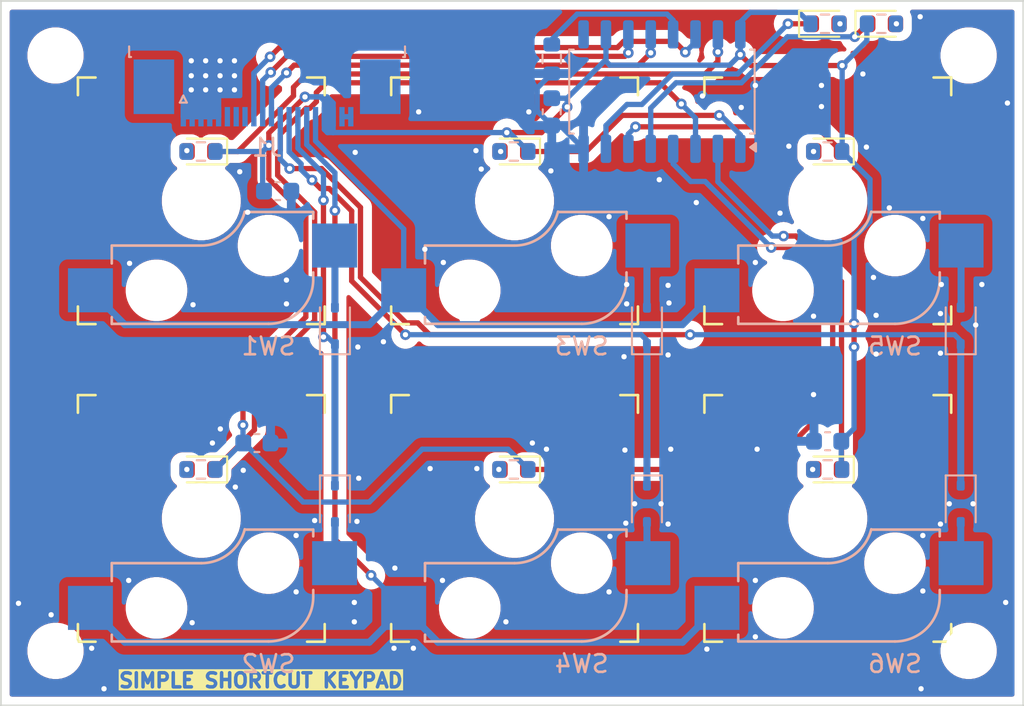
<source format=kicad_pcb>
(kicad_pcb (version 20240108) (generator "pcbnew") (generator_version "8.0")
  (layers (0 "F.Cu" signal) (31 "B.Cu" signal) (34 "B.Paste" user) (35 "F.Paste" user) (36 "B.SilkS" user "B.Silkscreen") (37 "F.SilkS" user "F.Silkscreen") (38 "B.Mask" user) (39 "F.Mask" user) (44 "Edge.Cuts" user))
  (net 0 "")
  (net 1 "GP13{slash}SPI1_CSn")
  (net 2 "GP5{slash}ROW1")
  (net 3 "GND")
  (net 4 "+5VD")
  (net 5 "GP6{slash}ROW2")
  (net 6 "GP8{slash}COL2")
  (net 7 "GP14{slash}I2C1_SDA")
  (net 8 "GP10{slash}SPI1_SCK")
  (net 9 "GP11{slash}SPI1_TX")
  (net 10 "GP15{slash}I2C1_SCL")
  (net 11 "GP9{slash}COL3")
  (net 12 "GP7{slash}COL1")
  (net 13 "GP12{slash}SPI1_RX")
  (net 14 "+3.3VD")
  (net 15 "Net-(D1-A)")
  (net 16 "Net-(D2-A)")
  (net 17 "Net-(D3-A)")
  (net 18 "Net-(D4-A)")
  (net 19 "Net-(D5-A)")
  (net 20 "Net-(D6-A)")
  (net 21 "Net-(D7-A)")
  (net 22 "Net-(D7-K)")
  (net 23 "Net-(D8-K)")
  (net 24 "Net-(D8-A)")
  (net 25 "Net-(D9-K)")
  (net 26 "Net-(D9-A)")
  (net 27 "Net-(D10-K)")
  (net 28 "Net-(D10-A)")
  (net 29 "Net-(D11-K)")
  (net 30 "Net-(D11-A)")
  (net 31 "Net-(D12-K)")
  (net 32 "Net-(D12-A)")
  (net 33 "Net-(D13-K)")
  (net 34 "Net-(D13-A)")
  (net 35 "Net-(D14-K)")
  (net 36 "Net-(D14-A)")
  (net 37 "Net-(U1-~{OE})")
  (footprint "MountingHole:MountingHole_2.7mm_M2.5" (layer "F.Cu") (at 89.8 82.6)
    (property "Reference" "H1" (hide yes))
    (property "Value" "MountingHole" (hide yes))
  )
  (footprint "LED_SMD:LED_0603_1608Metric" (layer "F.Cu") (at 133.6 88.05 180)
    (property "Reference" "D11" (hide yes))
    (property "Value" "LED" (hide yes))
  )
  (footprint "Keyboard_SW:Kailh_socket_MX_no_throughole" (layer "F.Cu") (at 133.61 90.85)
    (property "Reference" "SW5" (hide yes))
    (property "Value" "~")
  )
  (footprint "LED_SMD:LED_0603_1608Metric" (layer "F.Cu") (at 115.8 106.1 180)
    (property "Reference" "D10" (hide yes))
    (property "Value" "LED" (hide yes))
  )
  (footprint "LED_SMD:LED_0603_1608Metric" (layer "F.Cu") (at 115.8 88.05 180)
    (property "Reference" "D9" (hide yes))
    (property "Value" "LED" (hide yes))
  )
  (footprint "LED_SMD:LED_0603_1608Metric" (layer "F.Cu") (at 98.05 88.05 180)
    (property "Reference" "D7" (hide yes))
    (property "Value" "LED" (hide yes))
  )
  (footprint "LED_SMD:LED_0603_1608Metric" (layer "F.Cu") (at 133.4625 80.8)
    (property "Reference" "D14" (hide yes))
    (property "Value" "LED" (hide yes))
  )
  (footprint "Keyboard_SW:Kailh_socket_MX_no_throughole" (layer "F.Cu") (at 98.07 90.85)
    (property "Reference" "SW1" (hide yes))
    (property "Value" "~")
  )
  (footprint "MountingHole:MountingHole_2.7mm_M2.5" (layer "F.Cu") (at 141.6 116.4)
    (property "Reference" "H4" (hide yes))
    (property "Value" "MountingHole" (hide yes))
  )
  (footprint "Keyboard_SW:Kailh_socket_MX_no_throughole" (layer "F.Cu") (at 115.84 90.85)
    (property "Reference" "SW3" (hide yes))
    (property "Value" "~")
  )
  (footprint "LED_SMD:LED_0603_1608Metric" (layer "F.Cu") (at 98.05 106.1 180)
    (property "Reference" "D8" (hide yes))
    (property "Value" "LED" (hide yes))
  )
  (footprint "LED_SMD:LED_0603_1608Metric" (layer "F.Cu") (at 136.6625 80.8)
    (property "Reference" "D13" (hide yes))
    (property "Value" "LED" (hide yes))
  )
  (footprint "Keyboard_SW:Kailh_socket_MX_no_throughole" (layer "F.Cu") (at 115.84 108.88)
    (property "Reference" "SW4" (hide yes))
    (property "Value" "~")
  )
  (footprint "Keyboard_SW:Kailh_socket_MX_no_throughole" (layer "F.Cu") (at 133.61 108.88)
    (property "Reference" "SW6" (hide yes))
    (property "Value" "~")
  )
  (footprint "MountingHole:MountingHole_2.7mm_M2.5" (layer "F.Cu") (at 141.6 82.6)
    (property "Reference" "H2" (hide yes))
    (property "Value" "MountingHole" (hide yes))
  )
  (footprint "MountingHole:MountingHole_2.7mm_M2.5" (layer "F.Cu") (at 89.8 116.4)
    (property "Reference" "H3" (hide yes))
    (property "Value" "MountingHole" (hide yes))
  )
  (footprint "LED_SMD:LED_0603_1608Metric" (layer "F.Cu") (at 133.6 106.1 180)
    (property "Reference" "D12" (hide yes))
    (property "Value" "LED" (hide yes))
  )
  (footprint "Keyboard_SW:Kailh_socket_MX_no_throughole" (layer "F.Cu") (at 98.07 108.88)
    (property "Reference" "SW2" (hide yes))
    (property "Value" "~")
  )
  (footprint "Capacitor_SMD:C_0603_1608Metric" (layer "B.Cu") (at 133.6 104.5 180)
    (property "Reference" "C4" (hide yes))
    (property "Value" "10uF" (hide yes))
  )
  (footprint "Diode_SMD:D_SOD-323" (layer "B.Cu") (at 123.35 108.05 -90)
    (property "Reference" "D4" (hide yes))
    (property "Value" "1N5819WS" (hide yes))
  )
  (footprint "Resistor_SMD:R_0603_1608Metric" (layer "B.Cu") (at 136.65 80.8)
    (property "Reference" "R7" (hide yes))
    (property "Value" "1k" (hide yes))
  )
  (footprint "Resistor_SMD:R_0603_1608Metric" (layer "B.Cu") (at 133.45 80.8)
    (property "Reference" "R9" (hide yes))
    (property "Value" "1k" (hide yes))
  )
  (footprint "Diode_SMD:D_SOD-323" (layer "B.Cu") (at 141.15 108.05 -90)
    (property "Reference" "D6" (hide yes))
    (property "Value" "1N5819WS" (hide yes))
  )
  (footprint "Capacitor_SMD:C_0603_1608Metric" (layer "B.Cu") (at 101.225 104.6)
    (property "Reference" "C3" (hide yes))
    (property "Value" "10uF" (hide yes))
  )
  (footprint "Diode_SMD:D_SOD-323" (layer "B.Cu") (at 105.65 97.95 90)
    (property "Reference" "D1" (hide yes))
    (property "Value" "1N5819WS" (hide yes))
  )
  (footprint "Resistor_SMD:R_0603_1608Metric" (layer "B.Cu") (at 133.6 106.1 180)
    (property "Reference" "R4" (hide yes))
    (property "Value" "1k" (hide yes))
  )
  (footprint "Resistor_SMD:R_0603_1608Metric" (layer "B.Cu") (at 115.8 106.1 180)
    (property "Reference" "R6" (hide yes))
    (property "Value" "1k" (hide yes))
  )
  (footprint "Diode_SMD:D_SOD-323" (layer "B.Cu") (at 123.35 97.95 90)
    (property "Reference" "D3" (hide yes))
    (property "Value" "1N5819WS" (hide yes))
  )
  (footprint "Capacitor_SMD:C_0603_1608Metric" (layer "B.Cu") (at 117.95 85.8 90)
    (property "Reference" "C1" (hide yes))
    (property "Value" "100nF" (hide yes))
  )
  (footprint "Package_SO:SOP-16_4.55x10.3mm_P1.27mm" (layer "B.Cu") (at 124.2 84.65 90)
    (property "Reference" "U1" (hide yes))
    (property "Value" "74HC595" (hide yes))
  )
  (footprint "Resistor_SMD:R_0603_1608Metric" (layer "B.Cu") (at 98.05 88.05 180)
    (property "Reference" "R2" (hide yes))
    (property "Value" "1k" (hide yes))
  )
  (footprint "Diode_SMD:D_SOD-323" (layer "B.Cu") (at 105.65 108.05 -90)
    (property "Reference" "D2" (hide yes))
    (property "Value" "1N5819WS" (hide yes))
  )
  (footprint "Connector_FFC-FPC:TE_2-1734839-0_1x20-1MP_P0.5mm_Horizontal" (layer "B.Cu") (at 101.8 84.725)
    (property "Reference" "J1")
    (property "Value" "0.5mm FPC")
  )
  (footprint "Resistor_SMD:R_0603_1608Metric" (layer "B.Cu") (at 117.95 82.8 90)
    (property "Reference" "R1" (hide yes))
    (property "Value" "10k" (hide yes))
  )
  (footprint "Resistor_SMD:R_0603_1608Metric" (layer "B.Cu") (at 98.05 106.1 180)
    (property "Reference" "R5" (hide yes))
    (property "Value" "1k" (hide yes))
  )
  (footprint "Diode_SMD:D_SOD-323" (layer "B.Cu") (at 141.15 97.95 90)
    (property "Reference" "D5" (hide yes))
    (property "Value" "1N5819WS" (hide yes))
  )
  (footprint "Capacitor_SMD:C_0603_1608Metric" (layer "B.Cu") (at 102.4 90.3)
    (property "Reference" "C2" (hide yes))
    (property "Value" "10uF" (hide yes))
  )
  (footprint "Resistor_SMD:R_0603_1608Metric" (layer "B.Cu") (at 115.8 88.05 180)
    (property "Reference" "R3" (hide yes))
    (property "Value" "1k" (hide yes))
  )
  (footprint "Resistor_SMD:R_0603_1608Metric" (layer "B.Cu") (at 133.6 88.05 180)
    (property "Reference" "R8" (hide yes))
    (property "Value" "1k" (hide yes))
  )
  (gr_rect (start 86.7 79.5) (end 144.7 119.5) (stroke (width 0.1)) (fill none) (layer "Edge.Cuts"))
  (gr_text "SIMPLE SHORTCUT KEYPAD" (at 93.3 118.55 0) (layer "F.SilkS" knockout) (effects (font (size 0.8 0.8) (thickness 0.2) (bold yes)) (justify left bottom)))
  (segment (start 104.55 87.45) (end 109.55 92.45) (width 0.3) (layer "B.Cu") (net 2))
  (segment (start 109.55 92.45) (end 109.55 95.93) (width 0.3) (layer "B.Cu") (net 2))
  (segment (start 93.73 97.88) (end 91.78 95.93) (width 0.4) (layer "B.Cu") (net 2))
  (segment (start 125.37 97.88) (end 111.5 97.88) (width 0.4) (layer "B.Cu") (net 2))
  (segment (start 127.32 95.93) (end 125.37 97.88) (width 0.4) (layer "B.Cu") (net 2))
  (segment (start 104.55 86.075) (end 104.55 87.45) (width 0.3) (layer "B.Cu") (net 2))
  (segment (start 109.55 95.93) (end 107.6 97.88) (width 0.4) (layer "B.Cu") (net 2))
  (segment (start 107.6 97.88) (end 93.73 97.88) (width 0.4) (layer "B.Cu") (net 2))
  (segment (start 111.5 97.88) (end 109.55 95.93) (width 0.4) (layer "B.Cu") (net 2))
  (via (at 106.95 99.15) (size 0.6) (drill 0.3) (layers "F.Cu" "B.Cu") (net 3))
  (via (at 110.1 116.25) (size 0.6) (drill 0.3) (layers "F.Cu" "B.Cu") (net 3))
  (via (at 137.1 91.25) (size 0.6) (drill 0.3) (layers "F.Cu" "B.Cu") (net 3))
  (via (at 140 99.5) (size 0.6) (drill 0.3) (layers "F.Cu" "B.Cu") (net 3))
  (via (at 102.9 95.35) (size 0.6) (drill 0.3) (layers "F.Cu" "B.Cu") (net 3))
  (via (at 113.7 106.05) (size 0.6) (drill 0.3) (layers "F.Cu" "B.Cu") (net 3))
  (via (at 132.8 101.85) (size 0.6) (drill 0.3) (layers "F.Cu" "B.Cu") (net 3))
  (via (at 99.133332 83.75) (size 0.6) (drill 0.3) (layers "F.Cu" "B.Cu") (net 3))
  (via (at 124.7 104.95) (size 0.6) (drill 0.3) (layers "F.Cu" "B.Cu") (net 3))
  (via (at 99.95 82.9) (size 0.6) (drill 0.3) (layers "F.Cu" "B.Cu") (net 3))
  (via (at 87.7 113.7) (size 0.6) (drill 0.3) (layers "F.Cu" "B.Cu") (net 3))
  (via (at 99.95 84.55) (size 0.6) (drill 0.3) (layers "F.Cu" "B.Cu") (net 3))
  (via (at 124.6 96.65) (size 0.6) (drill 0.3) (layers "F.Cu" "B.Cu") (net 3))
  (via (at 117.9 89.15) (size 0.6) (drill 0.3) (layers "F.Cu" "B.Cu") (net 3))
  (via (at 116.85 104.6) (size 0.6) (drill 0.3) (layers "F.Cu" "B.Cu") (net 3))
  (via (at 139 91.85) (size 0.6) (drill 0.3) (layers "F.Cu" "B.Cu") (net 3))
  (via (at 111.8 94.35) (size 0.6) (drill 0.3) (layers "F.Cu" "B.Cu") (net 3))
  (via (at 133.25 84.3) (size 0.6) (drill 0.3) (layers "F.Cu" "B.Cu") (net 3))
  (via (at 115.35 114.75) (size 0.6) (drill 0.3) (layers "F.Cu" "B.Cu") (net 3))
  (via (at 97.5 82.9) (size 0.6) (drill 0.3) (layers "F.Cu" "B.Cu") (net 3))
  (via (at 126.75 116.3) (size 0.6) (drill 0.3) (layers "F.Cu" "B.Cu") (net 3))
  (via (at 106.9 109.05) (size 0.6) (drill 0.3) (layers "F.Cu" "B.Cu") (net 3))
  (via (at 89.55 114.35) (size 0.6) (drill 0.3) (layers "F.Cu" "B.Cu") (net 3))
  (via (at 113.95 89.05) (size 0.6) (drill 0.3) (layers "F.Cu" "B.Cu") (net 3))
  (via (at 129.5 84.3) (size 0.6) (drill 0.3) (layers "F.Cu" "B.Cu") (net 3))
  (via (at 138.9 118.55) (size 0.6) (drill 0.3) (layers "F.Cu" "B.Cu") (net 3))
  (via (at 129.6 104.95) (size 0.6) (drill 0.3) (layers "F.Cu" "B.Cu") (net 3))
  (via (at 109.05 111.7) (size 0.6) (drill 0.3) (layers "F.Cu" "B.Cu") (net 3))
  (via (at 129.5 94.35) (size 0.6) (drill 0.3) (layers "F.Cu" "B.Cu") (net 3))
  (via (at 140 97.25) (size 0.6) (drill 0.3) (layers "F.Cu" "B.Cu") (net 3))
  (via (at 126.5 84.9) (size 0.6) (drill 0.3) (layers "F.Cu" "B.Cu") (net 3))
  (via (at 124.55 95.65) (size 0.6) (drill 0.3) (layers "F.Cu" "B.Cu") (net 3))
  (via (at 108.4 98.85) (size 0.6) (drill 0.3) (layers "F.Cu" "B.Cu") (net 3))
  (via (at 102.9 96.7) (size 0.6) (drill 0.3) (layers "F.Cu" "B.Cu") (net 3))
  (via (at 122.15 109.15) (size 0.6) (drill 0.3) (layers "F.Cu" "B.Cu") (net 3))
  (via (at 103.45 113.05) (size 0.6) (drill 0.3) (layers "F.Cu" "B.Cu") (net 3))
  (via (at 98.316666 84.55) (size 0.6) (drill 0.3) (layers "F.Cu" "B.Cu") (net 3))
  (via (at 110.4 85.8) (size 0.6) (drill 0.3) (layers "F.Cu" "B.Cu") (net 3))
  (via (at 130.9 91.55) (size 0.6) (drill 0.3) (layers "F.Cu" "B.Cu") (net 3))
  (via (at 113.65 88) (size 0.6) (drill 0.3) (layers "F.Cu" "B.Cu") (net 3))
  (via (at 97.5 83.75) (size 0.6) (drill 0.3) (layers "F.Cu" "B.Cu") (net 3))
  (via (at 140.05 95.6) (size 0.6) (drill 0.3) (layers "F.Cu" "B.Cu") (net 3))
  (via (at 116.65 85.8) (size 0.6) (drill 0.3) (layers "F.Cu" "B.Cu") (net 3))
  (via (at 124.15 108.05) (size 0.6) (drill 0.3) (layers "F.Cu" "B.Cu") (net 3))
  (via (at 98.316666 82.9) (size 0.6) (drill 0.3) (layers "F.Cu" "B.Cu") (net 3))
  (via (at 110.75 93.6) (size 0.6) (drill 0.3) (layers "F.Cu" "B.Cu") (net 3))
  (via (at 100.7 91.5) (size 0.6) (drill 0.3) (layers "F.Cu" "B.Cu") (net 3))
  (via (at 129.5 112.4) (size 0.6) (drill 0.3) (layers "F.Cu" "B.Cu") (net 3))
  (via (at 122.65 108.05) (size 0.6) (drill 0.3) (layers "F.Cu" "B.Cu") (net 3))
  (via (at 92.55 118.55) (size 0.6) (drill 0.3) (layers "F.Cu" "B.Cu") (net 3))
  (via (at 106.75 114.75) (size 0.6) (drill 0.3) (layers "F.Cu" "B.Cu") (net 3))
  (via (at 97.5 84.55) (size 0.6) (drill 0.3) (layers "F.Cu" "B.Cu") (net 3))
  (via (at 136.35 97.35) (size 0.6) (drill 0.3) (layers "F.Cu" "B.Cu") (net 3))
  (via (at 117.65 104.95) (size 0.6) (drill 0.3) (layers "F.Cu" "B.Cu") (net 3))
  (via (at 104.5 109) (size 0.6) (drill 0.3) (layers "F.Cu" "B.Cu") (net 3))
  (via (at 100.45 106.15) (size 0.6) (drill 0.3) (layers "F.Cu" "B.Cu") (net 3))
  (via (at 124.55 99.6) (size 0.6) (drill 0.3) (layers "F.Cu" "B.Cu") (net 3))
  (via (at 111.05 106.05) (size 0.6) (drill 0.3) (layers "F.Cu" "B.Cu") (net 3))
  (via (at 109 116.25) (size 0.6) (drill 0.3) (layers "F.Cu" "B.Cu") (net 3))
  (via (at 135.8 87.8) (size 0.6) (drill 0.3) (layers "F.Cu" "B.Cu") (net 3))
  (via (at 139 109.85) (size 0.6) (drill 0.3) (layers "F.Cu" "B.Cu") (net 3))
  (via (at 97.55 114.8) (size 0.6) (drill 0.3) (layers "F.Cu" "B.Cu") (net 3))
  (via (at 131.4 87.75) (size 0.6) (drill 0.3) (layers "F.Cu" "B.Cu") (net 3))
  (via (at 142 97.9) (size 0.6) (drill 0.3) (layers "F.Cu" "B.Cu") (net 3))
  (via (at 133.25 85.5) (size 0.6) (drill 0.3) (layers "F.Cu" "B.Cu") (net 3))
  (via (at 138.85 80.4) (size 0.6) (drill 0.3) (layers "F.Cu" "B.Cu") (net 3))
  (via (at 99.15 103.8) (size 0.6) (drill 0.3) (layers "F.Cu" "B.Cu") (net 3))
  (via (at 122.05 99.7) (size 0.6) (drill 0.3) (layers "F.Cu" "B.Cu") (net 3))
  (via (at 124.05 89.65) (size 0.6) (drill 0.3) (layers "F.Cu" "B.Cu") (net 3))
  (via (at 142.35 95.6) (size 0.6) (drill 0.3) (layers "F.Cu" "B.Cu") (net 3))
  (via (at 121.2 113.05) (size 0.6) (drill 0.3) (layers "F.Cu" "B.Cu") (net 3))
  (via (at 128.7 85.55) (size 0.6) (drill 0.3) (layers "F.Cu" "B.Cu") (net 3))
  (via (at 140.5 108.05) (size 0.6) (drill 0.3) (layers "F.Cu" "B.Cu") (net 3))
  (via (at 98.7 104.6) (size 0.6) (drill 0.3) (layers "F.Cu" "B.Cu") (net 3))
  (via (at 136.35 99.55) (size 0.6) (drill 0.3) (layers "F.Cu" "B.Cu") (net 3))
  (via (at 121.2 91.75) (size 0.6) (drill 0.3) (layers "F.Cu" "B.Cu") (net 3))
  (via (at 106.75 113.65) (size 0.6) (drill 0.3) (layers "F.Cu" "B.Cu") (net 3))
  (via (at 107 106.6) (size 0.6) (drill 0.3) (layers "F.Cu" "B.Cu") (net 3))
  (via (at 98.316666 83.75) (size 0.6) (drill 0.3) (layers "F.Cu" "B.Cu") (net 3))
  (via (at 140 109.2) (size 0.6) (drill 0.3) (layers "F.Cu" "B.Cu") (net 3))
  (via (at 141.85 108.05) (size 0.6) (drill 0.3) (layers "F.Cu" "B.Cu") (net 3))
  (via (at 122.2 95.6) (size 0.6) (drill 0.3) (layers "F.Cu" "B.Cu") (net 3))
  (via (at 129.5 115.6) (size 0.6) (drill 0.3) (layers "F.Cu" "B.Cu") (net 3))
  (via (at 132.8 97.4) (size 0.6) (drill 0.3) (layers "F.Cu" "B.Cu") (net 3))
  (via (at 91.85 116.25) (size 0.6) (drill 0.3) (layers "F.Cu" "B.Cu") (net 3))
  (via (at 100.25 89.2) (size 0.6) (drill 0.3) (layers "F.Cu" "B.Cu") (net 3))
  (via (at 100 107.1) (size 0.6) (drill 0.3) (layers "F.Cu" "B.Cu") (net 3))
  (via (at 111.75 112.4) (size 0.6) (drill 0.3) (layers "F.Cu" "B.Cu") (net 3))
  (via (at 97.6 96.75) (size 0.6) (drill 0.3) (layers "F.Cu" "B.Cu") (net 3))
  (via (at 143.8 85.3) (size 0.6) (drill 0.3) (layers "F.Cu" "B.Cu") (net 3))
  (via (at 139 113) (size 0.6) (drill 0.3) (layers "F.Cu" "B.Cu") (net 3))
  (via (at 94 94.4) (size 0.6) (drill 0.3) (layers "F.Cu" "B.Cu") (net 3))
  (via (at 99.133332 84.55) (size 0.6) (drill 0.3) (layers "F.Cu" "B.Cu") (net 3))
  (via (at 99.95 83.75) (size 0.6) (drill 0.3) (layers "F.Cu" "B.Cu") (net 3))
  (via (at 136.2 95.2) (size 0.6) (drill 0.3) (layers "F.Cu" "B.Cu") (net 3))
  (via (at 122.1 105) (size 0.6) (drill 0.3) (layers "F.Cu" "B.Cu") (net 3))
  (via (at 99.133332 82.9) (size 0.6) (drill 0.3) (layers "F.Cu" "B.Cu") (net 3))
  (via (at 124.55 109.2) (size 0.6) (drill 0.3) (layers "F.Cu" "B.Cu") (net 3))
  (via (at 122.2 96.7) (size 0.6) (drill 0.3) (layers "F.Cu" "B.Cu") (net 3))
  (via (at 121.25 109.9) (size 0.6) (drill 0.3) (layers "F.Cu" "B.Cu") (net 3))
  (via (at 93.95 112.4) (size 0.6) (drill 0.3) (layers "F.Cu" "B.Cu") (net 3))
  (via (at 135.6 83.65) (size 0.6) (drill 0.3) (layers "F.Cu" "B.Cu") (net 3))
  (via (at 143.7 113.65) (size 0.6) (drill 0.3) (layers "F.Cu" "B.Cu") (net 3))
  (via (at 103.45 109.85) (size 0.6) (drill 0.3) (layers "F.Cu" "B.Cu") (net 3))
  (via (at 126.15 90.95) (size 0.6) (drill 0.3) (layers "F.Cu" "B.Cu") (net 3))
  (via (at 106.8 88.1) (size 0.6) (drill 0.3) (layers "F.Cu" "B.Cu") (net 3))
  (segment (start 97.8 85.825) (end 97.55 86.075) (width 0.3) (layer "B.Cu") (net 3))
  (segment (start 97.05 86.075) (end 99.05 86.075) (width 0.3) (layer "B.Cu") (net 3))
  (segment (start 98.05 84.816666) (end 98.316666 84.55) (width 0.3) (layer "B.Cu") (net 3))
  (segment (start 98.316666 83.75) (end 97.8 84.266666) (width 0.3) (layer "B.Cu") (net 3))
  (segment (start 97.55 84.6) (end 97.5 84.55) (width 0.3) (layer "B.Cu") (net 3))
  (segment (start 98.8 85.825) (end 98.8 84.233334) (width 0.3) (layer "B.Cu") (net 3))
  (segment (start 97.05 86.075) (end 97.05 85) (width 0.3) (layer "B.Cu") (net 3))
  (segment (start 98.55 86.075) (end 98.55 84.783334) (width 0.3) (layer "B.Cu") (net 3))
  (segment (start 98.55 86.075) (end 98.3 85.825) (width 0.3) (layer "B.Cu") (net 3))
  (segment (start 97.8 84.266666) (end 97.8 85.825) (width 0.3) (layer "B.Cu") (net 3))
  (segment (start 98.8 84.233334) (end 98.316666 83.75) (width 0.3) (layer "B.Cu") (net 3))
  (segment (start 98.3 83.766666) (end 98.316666 83.75) (width 0.3) (layer "B.Cu") (net 3))
  (segment (start 97.55 86.075) (end 97.55 84.6) (width 0.3) (layer "B.Cu") (net 3))
  (segment (start 98.55 84.783334) (end 98.316666 84.55) (width 0.3) (layer "B.Cu") (net 3))
  (segment (start 117.125 85.75) (end 117.125 84.45) (width 0.3) (layer "B.Cu") (net 3))
  (segment (start 118.43 86.575) (end 119.755 87.9) (width 0.3) (layer "B.Cu") (net 3))
  (segment (start 97.05 85) (end 97.5 84.55) (width 0.3) (layer "B.Cu") (net 3))
  (segment (start 97.3 83.95) (end 97.5 83.75) (width 0.3) (layer "B.Cu") (net 3))
  (segment (start 98.05 86.075) (end 98.05 84.816666) (width 0.3) (layer "B.Cu") (net 3))
  (segment (start 99.05 86.075) (end 98.8 85.825) (width 0.3) (layer "B.Cu") (net 3))
  (segment (start 117.125 84.45) (end 117.95 83.625) (width 0.3) (layer "B.Cu") (net 3))
  (segment (start 97.3 85.825) (end 97.3 83.95) (width 0.3) (layer "B.Cu") (net 3))
  (segment (start 99.05 84.633332) (end 99.133332 84.55) (width 0.3) (layer "B.Cu") (net 3))
  (segment (start 117.95 86.575) (end 118.43 86.575) (width 0.3) (layer "B.Cu") (net 3))
  (segment (start 98.3 85.825) (end 98.3 83.766666) (width 0.3) (layer "B.Cu") (net 3))
  (segment (start 99.05 86.075) (end 99.05 84.633332) (width 0.3) (layer "B.Cu") (net 3))
  (segment (start 117.95 86.575) (end 117.125 85.75) (width 0.3) (layer "B.Cu") (net 3))
  (segment (start 97.55 86.075) (end 97.3 85.825) (width 0.3) (layer "B.Cu") (net 3))
  (segment (start 106.05 86.075) (end 106.55 86.075) (width 0.3) (layer "B.Cu") (net 4))
  (segment (start 105.65 110.06) (end 107.7 112.11) (width 0.3) (layer "F.Cu") (net 5))
  (segment (start 105.65 91.4) (end 105.65 110.06) (width 0.3) (layer "F.Cu") (net 5))
  (via (at 107.7 112.11) (size 0.6) (drill 0.3) (layers "F.Cu" "B.Cu") (net 5))
  (via (at 105.65 91.4) (size 0.6) (drill 0.3) (layers "F.Cu" "B.Cu") (net 5))
  (segment (start 107.7 112.11) (end 109.55 113.96) (width 0.3) (layer "B.Cu") (net 5))
  (segment (start 109.55 113.96) (end 107.6 115.91) (width 0.4) (layer "B.Cu") (net 5))
  (segment (start 127.32 113.96) (end 125.37 115.91) (width 0.4) (layer "B.Cu") (net 5))
  (segment (start 111.5 115.91) (end 109.55 113.96) (width 0.4) (layer "B.Cu") (net 5))
  (segment (start 105.65 91.4) (end 105.65 89.257106) (width 0.3) (layer "B.Cu") (net 5))
  (segment (start 104.05 87.657106) (end 104.05 86.075) (width 0.3) (layer "B.Cu") (net 5))
  (segment (start 125.37 115.91) (end 111.5 115.91) (width 0.4) (layer "B.Cu") (net 5))
  (segment (start 105.65 89.257106) (end 104.05 87.657106) (width 0.3) (layer "B.Cu") (net 5))
  (segment (start 107.6 115.91) (end 93.73 115.91) (width 0.4) (layer "B.Cu") (net 5))
  (segment (start 93.73 115.91) (end 91.78 113.96) (width 0.4) (layer "B.Cu") (net 5))
  (segment (start 106.6 91.430761) (end 106.6 95.4) (width 0.3) (layer "F.Cu") (net 6))
  (segment (start 104.35 89.67028) (end 104.82972 90.15) (width 0.3) (layer "F.Cu") (net 6))
  (segment (start 104.82972 90.15) (end 105.319239 90.15) (width 0.3) (layer "F.Cu") (net 6))
  (segment (start 106.6 95.4) (end 109.65 98.45) (width 0.3) (layer "F.Cu") (net 6))
  (segment (start 105.319239 90.15) (end 106.6 91.430761) (width 0.3) (layer "F.Cu") (net 6))
  (via (at 109.65 98.45) (size 0.6) (drill 0.3) (layers "F.Cu" "B.Cu") (net 6))
  (via (at 104.35 89.67028) (size 0.6) (drill 0.3) (layers "F.Cu" "B.Cu") (net 6))
  (segment (start 103.72972 88.751041) (end 103.05 88.071321) (width 0.3) (layer "B.Cu") (net 6))
  (segment (start 103.72972 89.07972) (end 103.72972 88.751041) (width 0.3) (layer "B.Cu") (net 6))
  (segment (start 104.32028 89.67028) (end 103.72972 89.07972) (width 0.3) (layer "B.Cu") (net 6))
  (segment (start 123.025 98.45) (end 123.35 98.775) (width 0.3) (layer "B.Cu") (net 6))
  (segment (start 123.35 98.775) (end 123.35 99) (width 0.3) (layer "B.Cu") (net 6))
  (segment (start 109.65 98.45) (end 123.025 98.45) (width 0.3) (layer "B.Cu") (net 6))
  (segment (start 104.35 89.67028) (end 104.32028 89.67028) (width 0.3) (layer "B.Cu") (net 6))
  (segment (start 103.05 88.071321) (end 103.05 86.075) (width 0.3) (layer "B.Cu") (net 6))
  (segment (start 123.35 99) (end 123.35 107) (width 0.4) (layer "B.Cu") (net 6))
  (segment (start 122.865 83.15) (end 103.33462 83.15) (width 0.3) (layer "F.Cu") (net 8))
  (segment (start 103.33462 83.15) (end 102.9 83.58462) (width 0.3) (layer "F.Cu") (net 8))
  (segment (start 123.565 82.45) (end 122.865 83.15) (width 0.3) (layer "F.Cu") (net 8))
  (via (at 102.9 83.58462) (size 0.6) (drill 0.3) (layers "F.Cu" "B.Cu") (net 8))
  (via (at 123.565 82.45) (size 0.6) (drill 0.3) (layers "F.Cu" "B.Cu") (net 8))
  (segment (start 102.9 83.58462) (end 102.05 84.43462) (width 0.3) (layer "B.Cu") (net 8))
  (segment (start 102.05 84.43462) (end 102.05 86.075) (width 0.3) (layer "B.Cu") (net 8))
  (segment (start 123.565 82.45) (end 123.565 81.4) (width 0.3) (layer "B.Cu") (net 8))
  (segment (start 122.095 82.65) (end 102.91538 82.65) (width 0.3) (layer "F.Cu") (net 9))
  (segment (start 122.295 82.45) (end 122.095 82.65) (width 0.3) (layer "F.Cu") (net 9))
  (segment (start 102.91538 82.65) (end 102.00769 83.55769) (width 0.3) (layer "F.Cu") (net 9))
  (via (at 122.295 82.45) (size 0.6) (drill 0.3) (layers "F.Cu" "B.Cu") (net 9))
  (via (at 102.00769 83.55769) (size 0.6) (drill 0.3) (layers "F.Cu" "B.Cu") (net 9))
  (segment (start 122.295 82.45) (end 122.295 81.4) (width 0.3) (layer "B.Cu") (net 9))
  (segment (start 102.00769 83.55769) (end 101.55 84.01538) (width 0.3) (layer "B.Cu") (net 9))
  (segment (start 101.55 84.01538) (end 101.55 86.075) (width 0.3) (layer "B.Cu") (net 9))
  (segment (start 111.019239 98.45) (end 125.8 98.45) (width 0.3) (layer "F.Cu") (net 11))
  (segment (start 107.1 91.223655) (end 107.1 95.192894) (width 0.3) (layer "F.Cu") (net 11))
  (segment (start 107.1 95.192894) (end 109.687106 97.78) (width 0.3) (layer "F.Cu") (net 11))
  (segment (start 104.896625 89.02028) (end 107.1 91.223655) (width 0.3) (layer "F.Cu") (net 11))
  (segment (start 103.07972 89.02028) (end 104.896625 89.02028) (width 0.3) (layer "F.Cu") (net 11))
  (segment (start 109.687106 97.78) (end 110.349239 97.78) (width 0.3) (layer "F.Cu") (net 11))
  (segment (start 110.349239 97.78) (end 111.019239 98.45) (width 0.3) (layer "F.Cu") (net 11))
  (via (at 125.8 98.45) (size 0.6) (drill 0.3) (layers "F.Cu" "B.Cu") (net 11))
  (via (at 103.07972 89.02028) (size 0.6) (drill 0.3) (layers "F.Cu" "B.Cu") (net 11))
  (segment (start 141.15 98.8) (end 141.15 99) (width 0.3) (layer "B.Cu") (net 11))
  (segment (start 141.15 99) (end 141.15 107) (width 0.4) (layer "B.Cu") (net 11))
  (segment (start 102.55 88.49056) (end 102.55 86.075) (width 0.3) (layer "B.Cu") (net 11))
  (segment (start 103.07972 89.02028) (end 102.55 88.49056) (width 0.3) (layer "B.Cu") (net 11))
  (segment (start 140.8 98.45) (end 141.15 98.8) (width 0.3) (layer "B.Cu") (net 11))
  (segment (start 125.8 98.45) (end 140.8 98.45) (width 0.3) (layer "B.Cu") (net 11))
  (segment (start 105 90.813173) (end 105 98.58) (width 0.3) (layer "F.Cu") (net 12))
  (via (at 105 98.58) (size 0.6) (drill 0.3) (layers "F.Cu" "B.Cu") (net 12))
  (via (at 105 90.813173) (size 0.6) (drill 0.3) (layers "F.Cu" "B.Cu") (net 12))
  (segment (start 103.55 87.864213) (end 105 89.314212) (width 0.3) (layer "B.Cu") (net 12))
  (segment (start 105.23 98.58) (end 105.65 99) (width 0.3) (layer "B.Cu") (net 12))
  (segment (start 105.65 99) (end 105.65 107) (width 0.4) (layer "B.Cu") (net 12))
  (segment (start 105 98.58) (end 105.23 98.58) (width 0.3) (layer "B.Cu") (net 12))
  (segment (start 105 89.314212) (end 105 90.813173) (width 0.3) (layer "B.Cu") (net 12))
  (segment (start 103.55 86.075) (end 103.55 87.864213) (width 0.3) (layer "B.Cu") (net 12))
  (segment (start 102.49614 82.15) (end 121.675761 82.15) (width 0.3) (layer "F.Cu") (net 13))
  (segment (start 121.675761 82.15) (end 122.025761 81.8) (width 0.3) (layer "F.Cu") (net 13))
  (segment (start 101.971226 82.674914) (end 102.49614 82.15) (width 0.3) (layer "F.Cu") (net 13))
  (segment (start 122.025761 81.8) (end 124.912979 81.8) (width 0.3) (layer "F.Cu") (net 13))
  (segment (start 124.912979 81.8) (end 125.524912 82.411933) (width 0.3) (layer "F.Cu") (net 13))
  (via (at 125.524912 82.411933) (size 0.6) (drill 0.3) (layers "F.Cu" "B.Cu") (net 13))
  (via (at 101.971226 82.674914) (size 0.6) (drill 0.3) (layers "F.Cu" "B.Cu") (net 13))
  (segment (start 101.05 83.59614) (end 101.05 86.075) (width 0.3) (layer "B.Cu") (net 13))
  (segment (start 125.524912 82.411933) (end 126.105 81.831845) (width 0.3) (layer "B.Cu") (net 13))
  (segment (start 126.105 81.831845) (end 126.105 81.4) (width 0.3) (layer "B.Cu") (net 13))
  (segment (start 101.971226 82.674914) (end 101.05 83.59614) (width 0.3) (layer "B.Cu") (net 13))
  (segment (start 129.264239 83.169239) (end 134.425 83.169239) (width 0.3) (layer "F.Cu") (net 14))
  (segment (start 117.37066 86.975) (end 118.825 85.52066) (width 0.3) (layer "F.Cu") (net 14))
  (segment (start 104 91.707106) (end 101.9 89.607106) (width 0.3) (layer "F.Cu") (net 14))
  (segment (start 100.43413 101.008764) (end 104 97.442894) (width 0.3) (layer "F.Cu") (net 14))
  (segment (start 104 97.442894) (end 104 91.707106) (width 0.3) (layer "F.Cu") (net 14))
  (segment (start 135.1 97.8) (end 135.1 99.15) (width 0.3) (layer "F.Cu") (net 14))
  (segment (start 101.9 89.607106) (end 101.9 87.7) (width 0.3) (layer "F.Cu") (net 14))
  (segment (start 128.645 82.55) (end 129.264239 83.169239) (width 0.3) (layer "F.Cu") (net 14))
  (segment (start 101.9 87.7) (end 101.9 87) (width 0.3) (layer "F.Cu") (net 14))
  (segment (start 101.9 87) (end 103.95 84.95) (width 0.3) (layer "F.Cu") (net 14))
  (segment (start 115.4 86.975) (end 117.37066 86.975) (width 0.3) (layer "F.Cu") (net 14))
  (segment (start 100.43413 103.58413) (end 100.43413 101.008764) (width 0.3) (layer "F.Cu") (net 14))
  (via (at 135.1 97.8) (size 0.6) (drill 0.3) (layers "F.Cu" "B.Cu") (net 14))
  (via (at 128.645 82.55) (size 0.6) (drill 0.3) (layers "F.Cu" "B.Cu") (net 14))
  (via (at 118.825 85.52066) (size 0.6) (drill 0.3) (layers "F.Cu" "B.Cu") (net 14))
  (via (at 100.43413 103.58413) (size 0.6) (drill 0.3) (layers "F.Cu" "B.Cu") (net 14))
  (via (at 103.95 84.95) (size 0.6) (drill 0.3) (layers "F.Cu" "B.Cu") (net 14))
  (via (at 134.425 83.169239) (size 0.6) (drill 0.3) (layers "F.Cu" "B.Cu") (net 14))
  (via (at 101.9 87.7) (size 0.6) (drill 0.3) (layers "F.Cu" "B.Cu") (net 14))
  (via (at 135.1 99.15) (size 0.6) (drill 0.3) (layers "F.Cu" "B.Cu") (net 14))
  (via (at 115.4 86.975) (size 0.6) (drill 0.3) (layers "F.Cu" "B.Cu") (net 14))
  (segment (start 105.05 86.075) (end 105.05 86.8) (width 0.3) (layer "B.Cu") (net 14))
  (segment (start 103.84326 107.95) (end 107.6 107.95) (width 0.3) (layer "B.Cu") (net 14))
  (segment (start 134.375 106.05) (end 134.425 106.1) (width 0.3) (layer "B.Cu") (net 14))
  (segment (start 105.3 86.075) (end 105.55 86.075) (width 0.3) (layer "B.Cu") (net 14))
  (segment (start 121.025 81.4) (end 121.025 82.825) (width 0.3) (layer "B.Cu") (net 14))
  (segment (start 134.425 83.169239) (end 134.425 88.05) (width 0.3) (layer "B.Cu") (net 14))
  (segment (start 128.645 81.4) (end 128.645 80.705) (width 0.3) (layer "B.Cu") (net 14))
  (segment (start 118.825 85.025) (end 117.95 85.025) (width 0.3) (layer "B.Cu") (net 14))
  (segment (start 105.05 86.075) (end 105.3 86.075) (width 0.3) (layer "B.Cu") (net 14))
  (segment (start 121.246141 83.15) (end 121.025 82.928859) (width 0.3) (layer "B.Cu") (net 14))
  (segment (start 105.225 86.975) (end 105.55 86.975) (width 0.3) (layer "B.Cu") (net 14))
  (segment (start 115.4 86.975) (end 105.55 86.975) (width 0.3) (layer "B.Cu") (net 14))
  (segment (start 105.2625 86.6875) (end 105.55 86.975) (width 0.3) (layer "B.Cu") (net 14))
  (segment (start 105.3 86.075) (end 105.3 86.65) (width 0.3) (layer "B.Cu") (net 14))
  (segment (start 118.825 85.52066) (end 118.825 85.025) (width 0.3) (layer "B.Cu") (net 14))
  (segment (start 128.645 81.4) (end 128.645 82.55) (width 0.3) (layer "B.Cu") (net 14))
  (segment (start 131.975 80.15) (end 132.625 80.8) (width 0.3) (layer "B.Cu") (net 14))
  (segment (start 121.025 82.928859) (end 121.025 82.825) (width 0.3) (layer "B.Cu") (net 14))
  (segment (start 105.05 84.95) (end 105.2 84.95) (width 0.3) (layer "B.Cu") (net 14))
  (segment (start 136.0039 92.02717) (end 135.1 92.93107) (width 0.3) (layer "B.Cu") (net 14))
  (segment (start 101.625 90.3) (end 101.55 90.225) (width 0.3) (layer "B.Cu") (net 14))
  (segment (start 100.45 104.6) (end 100.375 104.6) (width 0.3) (layer "B.Cu") (net 14))
  (segment (start 134.375 104.5) (end 134.375 106.05) (width 0.3) (layer "B.Cu") (net 14))
  (segment (start 103.95 84.95) (end 105.05 84.95) (width 0.3) (layer "B.Cu") (net 14))
  (segment (start 115.4 86.975) (end 115.55 86.975) (width 0.3) (layer "B.Cu") (net 14))
  (segment (start 105.55 86.975) (end 105.55 86.075) (width 0.3) (layer "B.Cu") (net 14))
  (segment (start 100.43413 103.58413) (end 100.43413 104.54087) (width 0.3) (layer "B.Cu") (net 14))
  (segment (start 135.1 92.93107) (end 135.1 97.8) (width 0.3) (layer "B.Cu") (net 14))
  (segment (start 135.1 103.775) (end 134.375 104.5) (width 0.3) (layer "B.Cu") (net 14))
  (segment (start 129.2 80.15) (end 131.975 80.15) (width 0.3) (layer "B.Cu") (net 14))
  (segment (start 115.55 86.975) (end 116.625 88.05) (width 0.3) (layer "B.Cu") (net 14))
  (segment (start 136.0039 89.6289) (end 136.0039 92.02717) (width 0.3) (layer "B.Cu") (net 14))
  (segment (start 100.375 104.6) (end 98.875 106.1) (width 0.3) (layer "B.Cu") (net 14))
  (segment (start 101.55 90.225) (end 101.55 88.05) (width 0.3) (layer "B.Cu") (net 14))
  (segment (start 134.425 88.05) (end 136.0039 89.6289) (width 0.3) (layer "B.Cu") (net 14))
  (segment (start 105.3 85.2) (end 105.3 86.075) (width 0.3) (layer "B.Cu") (net 14))
  (segment (start 115.475 104.95) (end 116.625 106.1) (width 0.3) (layer "B.Cu") (net 14))
  (segment (start 135.825 80.8) (end 135.825 81.769239) (width 0.3) (layer "B.Cu") (net 14))
  (segment (start 121.025 82.825) (end 118.825 85.025) (width 0.3) (layer "B.Cu") (net 14))
  (segment (start 128.645 82.55) (end 128.045 83.15) (width 0.3) (layer "B.Cu") (net 14))
  (segment (start 110.6 104.95) (end 115.475 104.95) (width 0.3) (layer "B.Cu") (net 14))
  (segment (start 105.05 86.075) (end 105.05 85.175) (width 0.3) (layer "B.Cu") (net 14))
  (segment (start 128.645 80.705) (end 129.2 80.15) (width 0.3) (layer "B.Cu") (net 14))
  (segment (start 128.045 83.15) (end 121.246141 83.15) (width 0.3) (layer "B.Cu") (net 14))
  (segment (start 100.43413 104.54087) (end 103.84326 107.95) (width 0.3) (layer "B.Cu") (net 14))
  (segment (start 105.05 85.175) (end 104.825 84.95) (width 0.3) (layer "B.Cu") (net 14))
  (segment (start 105.05 84.95) (end 105.3 85.2) (width 0.3) (layer "B.Cu") (net 14))
  (segment (start 101.9 87.7) (end 101.55 88.05) (width 0.3) (layer "B.Cu") (net 14))
  (segment (start 107.6 107.95) (end 110.6 104.95) (width 0.3) (layer "B.Cu") (net 14))
  (segment (start 105.2 84.95) (end 105.55 85.3) (width 0.3) (layer "B.Cu") (net 14))
  (segment (start 105.55 85.3) (end 105.55 86.075) (width 0.3) (layer "B.Cu") (net 14))
  (segment (start 105.05 86.8) (end 105.225 86.975) (width 0.3) (layer "B.Cu") (net 14))
  (segment (start 101.55 88.05) (end 98.875 88.05) (width 0.3) (layer "B.Cu") (net 14))
  (segment (start 135.1 99.15) (end 135.1 103.775) (width 0.3) (layer "B.Cu") (net 14))
  (segment (start 135.825 81.769239) (end 134.425 83.169239) (width 0.3) (layer "B.Cu") (net 14))
  (segment (start 105.3 86.65) (end 105.2625 86.6875) (width 0.3) (layer "B.Cu") (net 14))
  (segment (start 104.825 84.95) (end 103.95 84.95) (width 0.3) (layer "B.Cu") (net 14))
  (segment (start 105.65 93.41) (end 105.65 96.9) (width 0.4) (layer "B.Cu") (net 15))
  (segment (start 105.63 93.39) (end 105.65 93.41) (width 0.4) (layer "B.Cu") (net 15))
  (segment (start 105.65 111.4) (end 105.65 109.1) (width 0.4) (layer "B.Cu") (net 16))
  (segment (start 105.63 111.42) (end 105.65 111.4) (width 0.4) (layer "B.Cu") (net 16))
  (segment (start 123.4 93.39) (end 123.35 93.44) (width 0.4) (layer "B.Cu") (net 17))
  (segment (start 123.35 93.44) (end 123.35 96.9) (width 0.4) (layer "B.Cu") (net 17))
  (segment (start 123.4 111.42) (end 123.35 111.37) (width 0.4) (layer "B.Cu") (net 18))
  (segment (start 123.35 111.37) (end 123.35 109.1) (width 0.4) (layer "B.Cu") (net 18))
  (segment (start 141.17 93.39) (end 141.17 96.88) (width 0.4) (layer "B.Cu") (net 19))
  (segment (start 141.17 96.88) (end 141.15 96.9) (width 0.4) (layer "B.Cu") (net 19))
  (segment (start 141.17 111.42) (end 141.15 111.4) (width 0.4) (layer "B.Cu") (net 20))
  (segment (start 141.15 111.4) (end 141.15 109.1) (width 0.4) (layer "B.Cu") (net 20))
  (via (at 97.25 88) (size 0.6) (drill 0.3) (layers "F.Cu" "B.Cu") (net 21))
  (segment (start 103.3 84.4) (end 103.3 84.892894) (width 0.3) (layer "F.Cu") (net 22))
  (segment (start 100.142894 88.05) (end 98.8375 88.05) (width 0.3) (layer "F.Cu") (net 22))
  (segment (start 103.3 84.892894) (end 100.142894 88.05) (width 0.3) (layer "F.Cu") (net 22))
  (segment (start 126.656022 83.65) (end 104.05 83.65) (width 0.3) (layer "F.Cu") (net 22))
  (segment (start 104.05 83.65) (end 103.3 84.4) (width 0.3) (layer "F.Cu") (net 22))
  (segment (start 127.375 82.931022) (end 126.656022 83.65) (width 0.3) (layer "F.Cu") (net 22))
  (segment (start 127.375 82.4) (end 127.375 82.931022) (width 0.3) (layer "F.Cu") (net 22))
  (via (at 127.375 82.4) (size 0.6) (drill 0.3) (layers "F.Cu" "B.Cu") (net 22))
  (segment (start 127.375 82.4) (end 127.375 81.4) (width 0.3) (layer "B.Cu") (net 22))
  (segment (start 102.4 88.119239) (end 102.4 89.4) (width 0.3) (layer "F.Cu") (net 23))
  (segment (start 105.15 84.15) (end 104.6 84.7) (width 0.3) (layer "F.Cu") (net 23))
  (segment (start 101.08413 101.06587) (end 101.08413 103.853369) (width 0.3) (layer "F.Cu") (net 23))
  (segment (start 104.6 85.219239) (end 104.219239 85.6) (width 0.3) (layer "F.Cu") (net 23))
  (segment (start 102.4 89.4) (end 104.5 91.5) (width 0.3) (layer "F.Cu") (net 23))
  (segment (start 104.219239 85.6) (end 104.007106 85.6) (width 0.3) (layer "F.Cu") (net 23))
  (segment (start 104.007106 85.6) (end 102.55 87.057106) (width 0.3) (layer "F.Cu") (net 23))
  (segment (start 104.6 84.7) (end 104.6 85.219239) (width 0.3) (layer "F.Cu") (net 23))
  (segment (start 125.3 85.35) (end 124.1 84.15) (width 0.3) (layer "F.Cu") (net 23))
  (segment (start 124.1 84.15) (end 105.15 84.15) (width 0.3) (layer "F.Cu") (net 23))
  (segment (start 104.5 97.65) (end 101.08413 101.06587) (width 0.3) (layer "F.Cu") (net 23))
  (segment (start 101.08413 103.853369) (end 98.8375 106.1) (width 0.3) (layer "F.Cu") (net 23))
  (segment (start 104.5 91.5) (end 104.5 97.65) (width 0.3) (layer "F.Cu") (net 23))
  (segment (start 102.55 87.057106) (end 102.55 87.969239) (width 0.3) (layer "F.Cu") (net 23))
  (segment (start 102.55 87.969239) (end 102.4 88.119239) (width 0.3) (layer "F.Cu") (net 23))
  (via (at 125.3 85.35) (size 0.6) (drill 0.3) (layers "F.Cu" "B.Cu") (net 23))
  (segment (start 126.105 86.155) (end 126.105 87.9) (width 0.3) (layer "B.Cu") (net 23))
  (segment (start 125.3 85.35) (end 126.105 86.155) (width 0.3) (layer "B.Cu") (net 23))
  (via (at 97.25 106.1) (size 0.6) (drill 0.3) (layers "F.Cu" "B.Cu") (net 24))
  (segment (start 121.95 86) (end 119.9 88.05) (width 0.3) (layer "F.Cu") (net 25))
  (segment (start 127.45 86) (end 121.95 86) (width 0.3) (layer "F.Cu") (net 25))
  (segment (start 119.9 88.05) (end 116.5875 88.05) (width 0.3) (layer "F.Cu") (net 25))
  (via (at 127.45 86) (size 0.6) (drill 0.3) (layers "F.Cu" "B.Cu") (net 25))
  (segment (start 128.645 87.100001) (end 128.645 87.9) (width 0.3) (layer "B.Cu") (net 25))
  (segment (start 127.45 86) (end 127.544999 86) (width 0.3) (layer "B.Cu") (net 25))
  (segment (start 127.544999 86) (end 128.645 87.100001) (width 0.3) (layer "B.Cu") (net 25))
  (via (at 115.05 88.05) (size 0.6) (drill 0.3) (layers "F.Cu" "B.Cu") (net 26))
  (segment (start 130.4 93.5) (end 131.742894 93.5) (width 0.3) (layer "F.Cu") (net 27))
  (segment (start 133.8875 95.644606) (end 133.8875 102.3125) (width 0.3) (layer "F.Cu") (net 27))
  (segment (start 133.8875 102.3125) (end 130.1 106.1) (width 0.3) (layer "F.Cu") (net 27))
  (segment (start 131.742894 93.5) (end 133.8875 95.644606) (width 0.3) (layer "F.Cu") (net 27))
  (segment (start 130.1 106.1) (end 116.5875 106.1) (width 0.3) (layer "F.Cu") (net 27))
  (via (at 130.4 93.5) (size 0.6) (drill 0.3) (layers "F.Cu" "B.Cu") (net 27))
  (segment (start 130.4 93.5) (end 126.65 89.75) (width 0.3) (layer "B.Cu") (net 27))
  (segment (start 125.835761 89.75) (end 124.835 88.749239) (width 0.3) (layer "B.Cu") (net 27))
  (segment (start 126.65 89.75) (end 125.835761 89.75) (width 0.3) (layer "B.Cu") (net 27))
  (segment (start 124.835 88.749239) (end 124.835 87.9) (width 0.3) (layer "B.Cu") (net 27))
  (via (at 114.95 106.1) (size 0.6) (drill 0.3) (layers "F.Cu" "B.Cu") (net 28))
  (segment (start 122.7 86.65) (end 132.9875 86.65) (width 0.3) (layer "F.Cu") (net 29))
  (segment (start 132.9875 86.65) (end 134.3875 88.05) (width 0.3) (layer "F.Cu") (net 29))
  (via (at 122.7 86.65) (size 0.6) (drill 0.3) (layers "F.Cu" "B.Cu") (net 29))
  (segment (start 122.295 87.055) (end 122.295 87.9) (width 0.3) (layer "B.Cu") (net 29))
  (segment (start 122.7 86.65) (end 122.295 87.055) (width 0.3) (layer "B.Cu") (net 29))
  (via (at 132.8 88.05) (size 0.6) (drill 0.3) (layers "F.Cu" "B.Cu") (net 30))
  (segment (start 131.1 92.85) (end 131.8 92.85) (width 0.3) (layer "F.Cu") (net 31))
  (segment (start 134.3875 95.4375) (end 134.3875 106.1) (width 0.3) (layer "F.Cu") (net 31))
  (segment (start 131.8 92.85) (end 134.3875 95.4375) (width 0.3) (layer "F.Cu") (net 31))
  (via (at 131.1 92.85) (size 0.6) (drill 0.3) (layers "F.Cu" "B.Cu") (net 31))
  (segment (start 130.457106 92.85) (end 127.375 89.767894) (width 0.3) (layer "B.Cu") (net 31))
  (segment (start 131.1 92.85) (end 130.457106 92.85) (width 0.3) (layer "B.Cu") (net 31))
  (segment (start 127.375 89.767894) (end 127.375 87.9) (width 0.3) (layer "B.Cu") (net 31))
  (via (at 132.75 106.1) (size 0.6) (drill 0.3) (layers "F.Cu" "B.Cu") (net 32))
  (segment (start 135.875 80.8) (end 135.1375 81.5375) (width 0.3) (layer "F.Cu") (net 33))
  (via (at 135.1375 81.5375) (size 0.6) (drill 0.3) (layers "F.Cu" "B.Cu") (net 33))
  (segment (start 131.319606 81.5375) (end 128.707106 84.15) (width 0.3) (layer "B.Cu") (net 33))
  (segment (start 128.707106 84.15) (end 125 84.15) (width 0.3) (layer "B.Cu") (net 33))
  (segment (start 123.565 85.585) (end 123.565 87.9) (width 0.3) (layer "B.Cu") (net 33))
  (segment (start 125 84.15) (end 123.565 85.585) (width 0.3) (layer "B.Cu") (net 33))
  (segment (start 135.1375 81.5375) (end 131.319606 81.5375) (width 0.3) (layer "B.Cu") (net 33))
  (via (at 137.5 80.8) (size 0.6) (drill 0.3) (layers "F.Cu" "B.Cu") (net 34))
  (segment (start 131.35 80.8) (end 132.675 80.8) (width 0.3) (layer "F.Cu") (net 35))
  (via (at 131.35 80.8) (size 0.6) (drill 0.3) (layers "F.Cu" "B.Cu") (net 35))
  (segment (start 123.065 85.377894) (end 124.792894 83.65) (width 0.3) (layer "B.Cu") (net 35))
  (segment (start 122.222106 85.377894) (end 123.065 85.377894) (width 0.3) (layer "B.Cu") (net 35))
  (segment (start 121.025 86.575) (end 122.222106 85.377894) (width 0.3) (layer "B.Cu") (net 35))
  (segment (start 124.792894 83.65) (end 128.5 83.65) (width 0.3) (layer "B.Cu") (net 35))
  (segment (start 128.5 83.65) (end 131.35 80.8) (width 0.3) (layer "B.Cu") (net 35))
  (segment (start 121.025 87.9) (end 121.025 86.575) (width 0.3) (layer "B.Cu") (net 35))
  (via (at 134.3 80.8) (size 0.6) (drill 0.3) (layers "F.Cu" "B.Cu") (net 36))
  (segment (start 124.835 80.600001) (end 124.484999 80.25) (width 0.3) (layer "B.Cu") (net 37))
  (segment (start 124.835 81.4) (end 124.835 80.600001) (width 0.3) (layer "B.Cu") (net 37))
  (segment (start 119.393738 80.25) (end 117.95 81.693738) (width 0.3) (layer "B.Cu") (net 37))
  (segment (start 124.484999 80.25) (end 119.393738 80.25) (width 0.3) (layer "B.Cu") (net 37))
  (segment (start 117.95 81.693738) (end 117.95 81.975) (width 0.3) (layer "B.Cu") (net 37))
  (zone (net 3) (net_name "GND") (layers "F&B.Cu") (connect_pads (clearance 0.5)) (min_thickness 0.25) (fill yes (thermal_gap 0.5) (thermal_bridge_width 0.5))
    (polygon (pts (xy 86.7 79.5) (xy 144.7 79.5) (xy 144.7 119.5) (xy 86.7 119.5)))
  )
)
</source>
